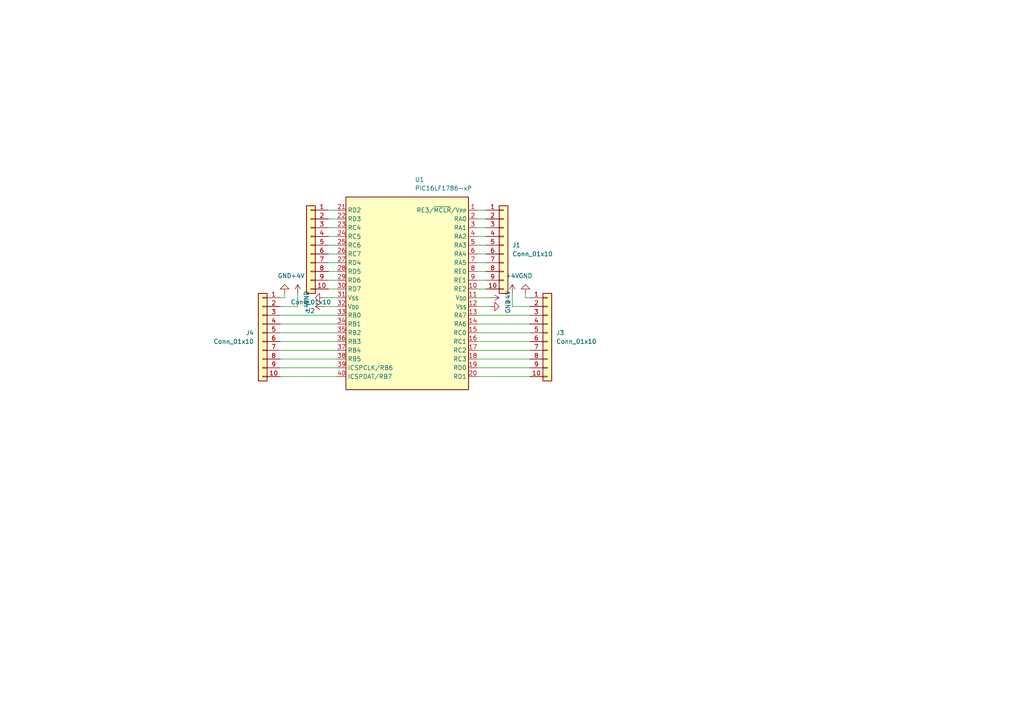
<source format=kicad_sch>
(kicad_sch (version 20230121) (generator eeschema)
  (paper "A4")
  (lib_symbols
    (symbol "Connector_Generic:Conn_01x10" (pin_names (offset 1.016) hide)
      (property "Reference" "J" (at 0 12.7 0))
      (property "Value" "Conn_01x10" (at 0 -15.24 0))
      (symbol "Conn_01x10_1_1"
        (rectangle (start -1.27 -12.573) (end 0 -12.827) (stroke (width 0.1524)))
        (rectangle (start -1.27 -10.033) (end 0 -10.287) (stroke (width 0.1524)))
        (rectangle (start -1.27 -7.493) (end 0 -7.747) (stroke (width 0.1524)))
        (rectangle (start -1.27 -4.953) (end 0 -5.207) (stroke (width 0.1524)))
        (rectangle (start -1.27 -2.413) (end 0 -2.667) (stroke (width 0.1524)))
        (rectangle (start -1.27 0.127) (end 0 -0.127) (stroke (width 0.1524)))
        (rectangle (start -1.27 2.667) (end 0 2.413) (stroke (width 0.1524)))
        (rectangle (start -1.27 5.207) (end 0 4.953) (stroke (width 0.1524)))
        (rectangle (start -1.27 7.747) (end 0 7.493) (stroke (width 0.1524)))
        (rectangle (start -1.27 10.287) (end 0 10.033) (stroke (width 0.1524)))
        (rectangle (start -1.27 11.43) (end 1.27 -13.97) (stroke (width 0.254)) (fill (type background)))
        (pin passive line (at -5.08 10.16 0) (length 3.81) (name "Pin_1") (number "1"))
        (pin passive line (at -5.08 -12.7 0) (length 3.81) (name "Pin_10") (number "10"))
        (pin passive line (at -5.08 7.62 0) (length 3.81) (name "Pin_2") (number "2"))
        (pin passive line (at -5.08 5.08 0) (length 3.81) (name "Pin_3") (number "3"))
        (pin passive line (at -5.08 2.54 0) (length 3.81) (name "Pin_4") (number "4"))
        (pin passive line (at -5.08 0 0) (length 3.81) (name "Pin_5") (number "5"))
        (pin passive line (at -5.08 -2.54 0) (length 3.81) (name "Pin_6") (number "6"))
        (pin passive line (at -5.08 -5.08 0) (length 3.81) (name "Pin_7") (number "7"))
        (pin passive line (at -5.08 -7.62 0) (length 3.81) (name "Pin_8") (number "8"))
        (pin passive line (at -5.08 -10.16 0) (length 3.81) (name "Pin_9") (number "9"))
      )
    )
    (symbol "MCU_Microchip_PIC16:PIC16LF1786-xP"
      (property "Reference" "U1" (at 2.1941 40.64 0))
      (property "Value" "PIC16LF1786-xP" (at 2.1941 38.1 0))
      (symbol "PIC16LF1786-xP_0_1"
        (rectangle (start -17.78 35.56) (end 17.78 -20.32) (stroke (width 0.254)) (fill (type background)))
      )
      (symbol "PIC16LF1786-xP_1_1"
        (pin input line (at 20.32 31.75 180) (length 2.54) (name "RE3/~{MCLR}/V_{PP}") (number "1"))
        (pin bidirectional line (at 20.32 8.89 180) (length 2.54) (name "RE2") (number "10"))
        (pin power_in line (at 20.32 6.35 180) (length 2.54) (name "V_{DD}") (number "11"))
        (pin power_in line (at 20.32 3.81 180) (length 2.54) (name "V_{SS}") (number "12"))
        (pin bidirectional line (at 20.32 1.27 180) (length 2.54) (name "RA7") (number "13"))
        (pin bidirectional line (at 20.32 -1.27 180) (length 2.54) (name "RA6") (number "14"))
        (pin bidirectional line (at 20.32 -3.81 180) (length 2.54) (name "RC0") (number "15"))
        (pin bidirectional line (at 20.32 -6.35 180) (length 2.54) (name "RC1") (number "16"))
        (pin bidirectional line (at 20.32 -8.89 180) (length 2.54) (name "RC2") (number "17"))
        (pin bidirectional line (at 20.32 -11.43 180) (length 2.54) (name "RC3") (number "18"))
        (pin bidirectional line (at 20.32 -13.97 180) (length 2.54) (name "RD0") (number "19"))
        (pin bidirectional line (at 20.32 29.21 180) (length 2.54) (name "RA0") (number "2"))
        (pin bidirectional line (at 20.32 -16.51 180) (length 2.54) (name "RD1") (number "20"))
        (pin bidirectional line (at -20.32 31.75 0) (length 2.54) (name "RD2") (number "21"))
        (pin bidirectional line (at -20.32 29.21 0) (length 2.54) (name "RD3") (number "22"))
        (pin bidirectional line (at -20.32 26.67 0) (length 2.54) (name "RC4") (number "23"))
        (pin bidirectional line (at -20.32 24.13 0) (length 2.54) (name "RC5") (number "24"))
        (pin bidirectional line (at -20.32 21.59 0) (length 2.54) (name "RC6") (number "25"))
        (pin bidirectional line (at -20.32 19.05 0) (length 2.54) (name "RC7") (number "26"))
        (pin bidirectional line (at -20.32 16.51 0) (length 2.54) (name "RD4") (number "27"))
        (pin bidirectional line (at -20.32 13.97 0) (length 2.54) (name "RD5") (number "28"))
        (pin bidirectional line (at -20.32 11.43 0) (length 2.54) (name "RD6") (number "29"))
        (pin bidirectional line (at 20.32 26.67 180) (length 2.54) (name "RA1") (number "3"))
        (pin bidirectional line (at -20.32 8.89 0) (length 2.54) (name "RD7") (number "30"))
        (pin passive line (at -20.32 6.35 0) (length 2.54) (name "V_{SS}") (number "31"))
        (pin passive line (at -20.32 3.81 0) (length 2.54) (name "V_{DD}") (number "32"))
        (pin bidirectional line (at -20.32 1.27 0) (length 2.54) (name "RB0") (number "33"))
        (pin bidirectional line (at -20.32 -1.27 0) (length 2.54) (name "RB1") (number "34"))
        (pin bidirectional line (at -20.32 -3.81 0) (length 2.54) (name "RB2") (number "35"))
        (pin bidirectional line (at -20.32 -6.35 0) (length 2.54) (name "RB3") (number "36"))
        (pin bidirectional line (at -20.32 -8.89 0) (length 2.54) (name "RB4") (number "37"))
        (pin bidirectional line (at -20.32 -11.43 0) (length 2.54) (name "RB5") (number "38"))
        (pin bidirectional line (at -20.32 -13.97 0) (length 2.54) (name "ICSPCLK/RB6") (number "39"))
        (pin bidirectional line (at 20.32 24.13 180) (length 2.54) (name "RA2") (number "4"))
        (pin bidirectional line (at -20.32 -16.51 0) (length 2.54) (name "ICSPDAT/RB7") (number "40"))
        (pin bidirectional line (at 20.32 21.59 180) (length 2.54) (name "RA3") (number "5"))
        (pin bidirectional line (at 20.32 19.05 180) (length 2.54) (name "RA4") (number "6"))
        (pin bidirectional line (at 20.32 16.51 180) (length 2.54) (name "RA5") (number "7"))
        (pin bidirectional line (at 20.32 13.97 180) (length 2.54) (name "RE0") (number "8"))
        (pin bidirectional line (at 20.32 11.43 180) (length 2.54) (name "RE1") (number "9"))
      )
    )
    (symbol "power:+4V" (power) (pin_names (offset 0))
      (property "Value" "+4V" (at 0 3.556 0))
      (symbol "+4V_0_1"
        (polyline (pts (xy -0.762 1.27) (xy 0 2.54)))
        (polyline (pts (xy 0 0) (xy 0 2.54)))
        (polyline (pts (xy 0 2.54) (xy 0.762 1.27)))
      )
      (symbol "+4V_1_1"
        (pin power_in line (at 0 0 90) (length 0) hide (name "+4V") (number "1"))
      )
    )
    (symbol "power:GND" (power) (pin_names (offset 0))
      (property "Value" "GND" (at 0 -3.81 0))
      (symbol "GND_0_1"
        (polyline (pts (xy 0 0) (xy 0 -1.27) (xy 1.27 -1.27) (xy 0 -2.54) (xy -1.27 -1.27) (xy 0 -1.27)))
      )
      (symbol "GND_1_1"
        (pin power_in line (at 0 0 270) (length 0) hide (name "GND") (number "1"))
      )
    )
  )
  (wire (pts (xy 138.43 93.98) (xy 153.67 93.98)))
  (wire (pts (xy 138.43 96.52) (xy 153.67 96.52)))
  (wire (pts (xy 152.4 86.36) (xy 153.67 86.36)))
  (wire (pts (xy 81.28 93.98) (xy 97.79 93.98)))
  (wire (pts (xy 97.79 86.36) (xy 93.98 86.36)))
  (wire (pts (xy 95.25 81.28) (xy 97.79 81.28)))
  (wire (pts (xy 82.55 85.09) (xy 82.55 86.36)))
  (wire (pts (xy 138.43 60.96) (xy 140.97 60.96)))
  (wire (pts (xy 138.43 81.28) (xy 140.97 81.28)))
  (wire (pts (xy 81.28 109.22) (xy 97.79 109.22)))
  (wire (pts (xy 138.43 104.14) (xy 153.67 104.14)))
  (wire (pts (xy 138.43 78.74) (xy 140.97 78.74)))
  (wire (pts (xy 95.25 63.5) (xy 97.79 63.5)))
  (wire (pts (xy 81.28 88.9) (xy 86.36 88.9)))
  (wire (pts (xy 95.25 66.04) (xy 97.79 66.04)))
  (wire (pts (xy 138.43 83.82) (xy 140.97 83.82)))
  (wire (pts (xy 152.4 85.09) (xy 152.4 86.36)))
  (wire (pts (xy 138.43 88.9) (xy 142.24 88.9)))
  (wire (pts (xy 95.25 60.96) (xy 97.79 60.96)))
  (wire (pts (xy 95.25 76.2) (xy 97.79 76.2)))
  (wire (pts (xy 138.43 73.66) (xy 140.97 73.66)))
  (wire (pts (xy 138.43 91.44) (xy 153.67 91.44)))
  (wire (pts (xy 81.28 101.6) (xy 97.79 101.6)))
  (wire (pts (xy 148.59 85.09) (xy 148.59 88.9)))
  (wire (pts (xy 95.25 71.12) (xy 97.79 71.12)))
  (wire (pts (xy 138.43 63.5) (xy 140.97 63.5)))
  (wire (pts (xy 93.98 88.9) (xy 97.79 88.9)))
  (wire (pts (xy 81.28 91.44) (xy 97.79 91.44)))
  (wire (pts (xy 86.36 85.09) (xy 86.36 88.9)))
  (wire (pts (xy 81.28 106.68) (xy 97.79 106.68)))
  (wire (pts (xy 148.59 88.9) (xy 153.67 88.9)))
  (wire (pts (xy 138.43 76.2) (xy 140.97 76.2)))
  (wire (pts (xy 142.24 86.36) (xy 138.43 86.36)))
  (wire (pts (xy 81.28 86.36) (xy 82.55 86.36)))
  (wire (pts (xy 95.25 83.82) (xy 97.79 83.82)))
  (wire (pts (xy 81.28 99.06) (xy 97.79 99.06)))
  (wire (pts (xy 95.25 73.66) (xy 97.79 73.66)))
  (wire (pts (xy 138.43 99.06) (xy 153.67 99.06)))
  (wire (pts (xy 95.25 68.58) (xy 97.79 68.58)))
  (wire (pts (xy 138.43 101.6) (xy 153.67 101.6)))
  (wire (pts (xy 95.25 78.74) (xy 97.79 78.74)))
  (wire (pts (xy 81.28 104.14) (xy 97.79 104.14)))
  (wire (pts (xy 81.28 96.52) (xy 97.79 96.52)))
  (wire (pts (xy 138.43 71.12) (xy 140.97 71.12)))
  (wire (pts (xy 138.43 66.04) (xy 140.97 66.04)))
  (wire (pts (xy 138.43 109.22) (xy 153.67 109.22)))
  (wire (pts (xy 138.43 68.58) (xy 140.97 68.58)))
  (wire (pts (xy 138.43 106.68) (xy 153.67 106.68)))
  (symbol (lib_id "Connector_Generic:Conn_01x10") (at 158.75 96.52 0) (unit 1)
    (property "Reference" "J3" (at 161.29 96.52 0) (effects (justify left)))
    (property "Value" "Conn_01x10" (at 161.29 99.06 0) (effects (justify left)))
    (property "Footprint" "Connector_PinHeader_2.54mm:PinHeader_1x10_P2.54mm_Vertical" (effects hide))
  )
  (symbol (lib_id "power:+4V") (at 142.24 86.36 270) (unit 1)
    (property "Reference" "#PWR03" (effects hide))
    (property "Value" "+4V" (at 147.32 86.36 0))
  )
  (symbol (lib_id "MCU_Microchip_PIC16:PIC16LF1786-xP") (at 118.11 92.71 0) (unit 1)
    (property "Reference" "U1" (at 120.3041 52.07 0) (effects (justify left)))
    (property "Value" "PIC16LF1786-xP" (at 120.3041 54.61 0) (effects (justify left)))
    (property "Footprint" "Package_DIP:DIP-40_W15.24mm" (effects hide))
    (property "Datasheet" "http://ww1.microchip.com/downloads/en/DeviceDoc/40001637C.pdf" (effects hide))
  )
  (symbol (lib_id "power:GND") (at 82.55 85.09 180) (unit 1)
    (property "Reference" "#PWR05" (effects hide))
    (property "Value" "GND" (at 82.55 80.01 0))
  )
  (symbol (lib_id "power:+4V") (at 148.59 85.09 0) (mirror y) (unit 1)
    (property "Reference" "#PWR08" (effects hide))
    (property "Value" "+4V" (at 148.59 80.01 0))
  )
  (symbol (lib_id "power:GND") (at 93.98 86.36 270) (unit 1)
    (property "Reference" "#PWR04" (effects hide))
    (property "Value" "GND" (at 88.9 86.36 0))
  )
  (symbol (lib_id "Connector_Generic:Conn_01x10") (at 146.05 71.12 0) (unit 1)
    (property "Reference" "J1" (at 148.59 71.12 0) (effects (justify left)))
    (property "Value" "Conn_01x10" (at 148.59 73.66 0) (effects (justify left)))
    (property "Footprint" "Connector_PinHeader_2.54mm:PinHeader_1x10_P2.54mm_Vertical" (effects hide))
  )
  (symbol (lib_id "power:GND") (at 152.4 85.09 0) (mirror x) (unit 1)
    (property "Reference" "#PWR07" (effects hide))
    (property "Value" "GND" (at 152.4 80.01 0))
  )
  (symbol (lib_id "power:+4V") (at 93.98 88.9 90) (unit 1)
    (property "Reference" "#PWR02" (effects hide))
    (property "Value" "+4V" (at 88.9 88.9 0))
  )
  (symbol (lib_id "power:GND") (at 142.24 88.9 90) (unit 1)
    (property "Reference" "#PWR01" (effects hide))
    (property "Value" "GND" (at 147.32 88.9 0))
  )
  (symbol (lib_id "Connector_Generic:Conn_01x10") (at 76.2 96.52 0) (mirror y) (unit 1)
    (property "Reference" "J4" (at 73.66 96.52 0) (effects (justify left)))
    (property "Value" "Conn_01x10" (at 73.66 99.06 0) (effects (justify left)))
    (property "Footprint" "Connector_PinHeader_2.54mm:PinHeader_1x10_P2.54mm_Vertical" (effects hide))
  )
  (symbol (lib_id "power:+4V") (at 86.36 85.09 0) (unit 1)
    (property "Reference" "#PWR06" (effects hide))
    (property "Value" "+4V" (at 86.36 80.01 0))
  )
  (symbol (lib_id "Connector_Generic:Conn_01x10") (at 90.17 71.12 0) (mirror y) (unit 1)
    (property "Reference" "J2" (at 90.17 90.17 0))
    (property "Value" "Conn_01x10" (at 90.17 87.63 0))
    (property "Footprint" "Connector_PinHeader_2.54mm:PinHeader_1x10_P2.54mm_Vertical" (effects hide))
  )
)
</source>
